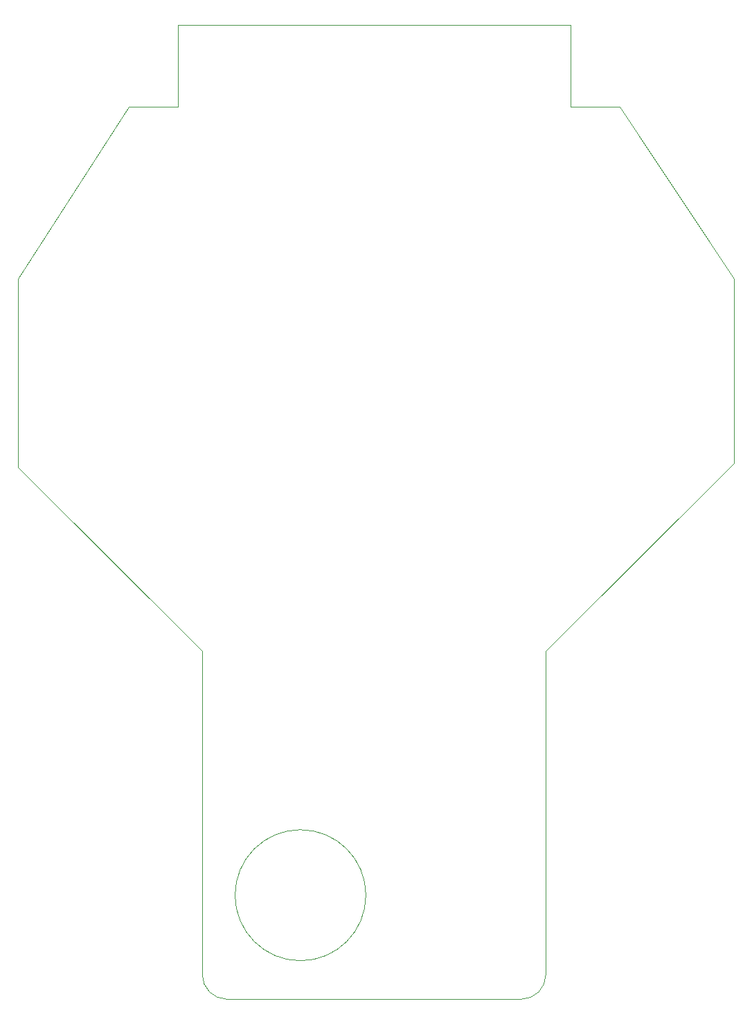
<source format=gbr>
G04 #@! TF.GenerationSoftware,KiCad,Pcbnew,(6.0.11)*
G04 #@! TF.CreationDate,2023-12-28T20:45:09+09:00*
G04 #@! TF.ProjectId,ORION_boost_v5,4f52494f-4e5f-4626-9f6f-73745f76352e,rev?*
G04 #@! TF.SameCoordinates,Original*
G04 #@! TF.FileFunction,Profile,NP*
%FSLAX46Y46*%
G04 Gerber Fmt 4.6, Leading zero omitted, Abs format (unit mm)*
G04 Created by KiCad (PCBNEW (6.0.11)) date 2023-12-28 20:45:09*
%MOMM*%
%LPD*%
G01*
G04 APERTURE LIST*
G04 #@! TA.AperFunction,Profile*
%ADD10C,0.100000*%
G04 #@! TD*
G04 APERTURE END LIST*
D10*
X149000000Y-50000000D02*
X155000000Y-50000000D01*
X104000000Y-116500000D02*
X81500000Y-94000000D01*
X155000000Y-50000000D02*
X169000000Y-71000000D01*
X104000000Y-156000000D02*
G75*
G03*
X107000000Y-159000000I3000000J0D01*
G01*
X101000000Y-40000000D02*
X101000000Y-50000000D01*
X149000000Y-40000000D02*
X101000000Y-40000000D01*
X95000000Y-50000000D02*
X101000000Y-50000000D01*
X81500000Y-94000000D02*
X81500000Y-71000000D01*
X169000000Y-93500000D02*
X146000000Y-116500000D01*
X169000000Y-93500000D02*
X169000000Y-71000000D01*
X124000000Y-146300000D02*
G75*
G03*
X124000000Y-146300000I-8000000J0D01*
G01*
X81500000Y-71000000D02*
X95000000Y-50000000D01*
X146000000Y-156000000D02*
X146000000Y-116500000D01*
X104000000Y-116500000D02*
X104000000Y-156000000D01*
X149000000Y-50000000D02*
X149000000Y-40000000D01*
X107000000Y-159000000D02*
X143000000Y-159000000D01*
X143000000Y-159000000D02*
G75*
G03*
X146000000Y-156000000I0J3000000D01*
G01*
M02*

</source>
